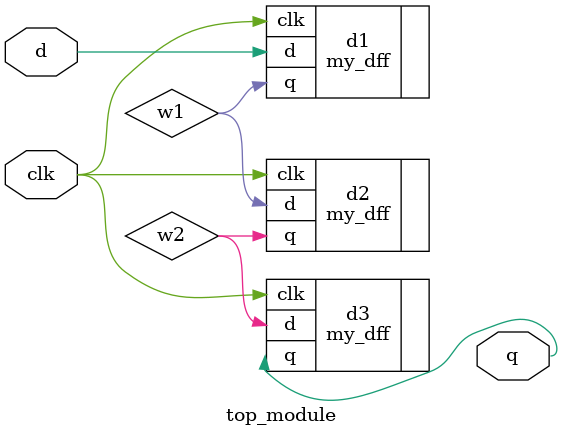
<source format=v>
module top_module ( input clk, input d, output q );

    wire w1, w2;
    
    my_dff d1 (.clk(clk), .d(d),  .q(w1));
    my_dff d2 (.clk(clk), .d(w1), .q(w2));
    my_dff d3 (.clk(clk), .d(w2), .q(q));
endmodule
</source>
